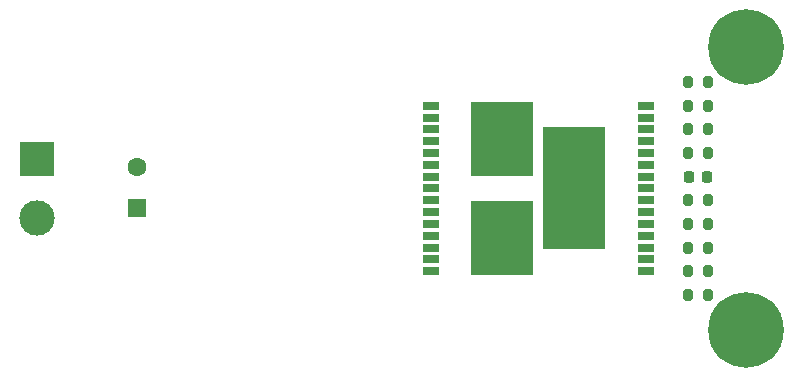
<source format=gts>
G04 #@! TF.GenerationSoftware,KiCad,Pcbnew,7.0.9*
G04 #@! TF.CreationDate,2023-12-19T12:33:16+08:00*
G04 #@! TF.ProjectId,vnh5019,766e6835-3031-4392-9e6b-696361645f70,rev?*
G04 #@! TF.SameCoordinates,Original*
G04 #@! TF.FileFunction,Soldermask,Top*
G04 #@! TF.FilePolarity,Negative*
%FSLAX46Y46*%
G04 Gerber Fmt 4.6, Leading zero omitted, Abs format (unit mm)*
G04 Created by KiCad (PCBNEW 7.0.9) date 2023-12-19 12:33:16*
%MOMM*%
%LPD*%
G01*
G04 APERTURE LIST*
G04 Aperture macros list*
%AMRoundRect*
0 Rectangle with rounded corners*
0 $1 Rounding radius*
0 $2 $3 $4 $5 $6 $7 $8 $9 X,Y pos of 4 corners*
0 Add a 4 corners polygon primitive as box body*
4,1,4,$2,$3,$4,$5,$6,$7,$8,$9,$2,$3,0*
0 Add four circle primitives for the rounded corners*
1,1,$1+$1,$2,$3*
1,1,$1+$1,$4,$5*
1,1,$1+$1,$6,$7*
1,1,$1+$1,$8,$9*
0 Add four rect primitives between the rounded corners*
20,1,$1+$1,$2,$3,$4,$5,0*
20,1,$1+$1,$4,$5,$6,$7,0*
20,1,$1+$1,$6,$7,$8,$9,0*
20,1,$1+$1,$8,$9,$2,$3,0*%
G04 Aperture macros list end*
%ADD10C,6.400000*%
%ADD11RoundRect,0.200000X-0.200000X-0.275000X0.200000X-0.275000X0.200000X0.275000X-0.200000X0.275000X0*%
%ADD12RoundRect,0.200000X0.200000X0.275000X-0.200000X0.275000X-0.200000X-0.275000X0.200000X-0.275000X0*%
%ADD13R,1.600000X1.600000*%
%ADD14C,1.600000*%
%ADD15R,1.350000X0.660000*%
%ADD16R,5.250000X10.300000*%
%ADD17R,5.250000X6.230000*%
%ADD18RoundRect,0.225000X0.225000X0.250000X-0.225000X0.250000X-0.225000X-0.250000X0.225000X-0.250000X0*%
%ADD19R,3.000000X3.000000*%
%ADD20C,3.000000*%
G04 APERTURE END LIST*
D10*
X127000000Y-93000000D03*
D11*
X122050000Y-106000000D03*
X123700000Y-106000000D03*
D10*
X127000000Y-117000000D03*
D12*
X123700000Y-108000000D03*
X122050000Y-108000000D03*
X123700000Y-102000000D03*
X122050000Y-102000000D03*
X123700000Y-98000000D03*
X122050000Y-98000000D03*
D13*
X75418036Y-106652651D03*
D14*
X75418036Y-103152651D03*
D15*
X118500000Y-112000000D03*
X118500000Y-111000000D03*
X118500000Y-110000000D03*
X118500000Y-109000000D03*
X118500000Y-108000000D03*
X118500000Y-107000000D03*
X118500000Y-106000000D03*
X118500000Y-105000000D03*
X118500000Y-104000000D03*
X118500000Y-103000000D03*
X118500000Y-102000000D03*
X118500000Y-101000000D03*
X118500000Y-100000000D03*
X118500000Y-99000000D03*
X118500000Y-98000000D03*
X100250000Y-98000000D03*
X100250000Y-99000000D03*
X100250000Y-100000000D03*
X100250000Y-101000000D03*
X100250000Y-102000000D03*
X100250000Y-103000000D03*
X100250000Y-104000000D03*
X100250000Y-105000000D03*
X100250000Y-106000000D03*
X100250000Y-107000000D03*
X100250000Y-108000000D03*
X100250000Y-109000000D03*
X100250000Y-110000000D03*
X100250000Y-111000000D03*
X100250000Y-112000000D03*
D16*
X112425000Y-105000000D03*
D17*
X106325000Y-100835000D03*
X106325000Y-109165000D03*
D12*
X123700000Y-112000000D03*
X122050000Y-112000000D03*
D18*
X123650000Y-104000000D03*
X122100000Y-104000000D03*
D12*
X123700000Y-100000000D03*
X122050000Y-100000000D03*
X123700000Y-96000000D03*
X122050000Y-96000000D03*
X123700000Y-114000000D03*
X122050000Y-114000000D03*
X123700000Y-110000000D03*
X122050000Y-110000000D03*
D19*
X66918036Y-102500000D03*
D20*
X66918036Y-107500000D03*
M02*

</source>
